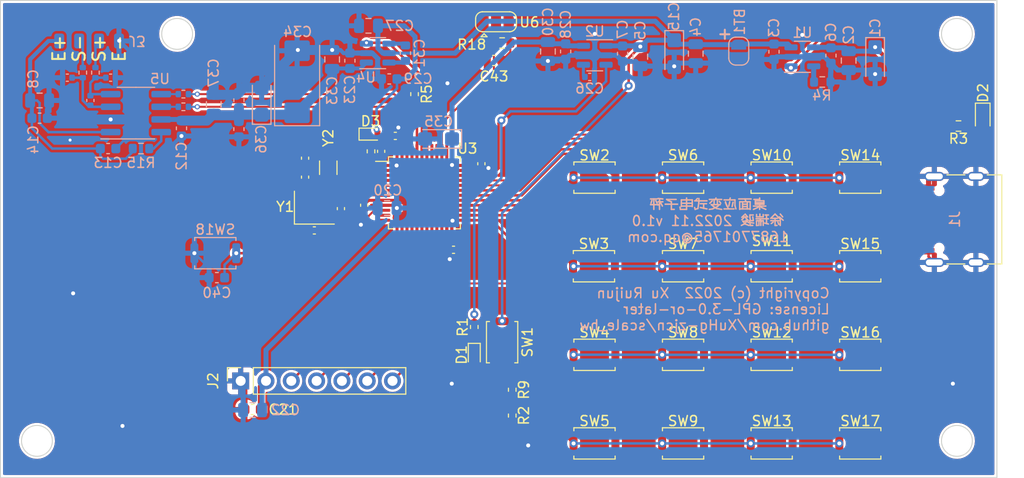
<source format=kicad_pcb>
(kicad_pcb (version 20211014) (generator pcbnew)
  (layers (0 "F.Cu" signal) (31 "B.Cu" signal) (34 "B.Paste" user) (35 "F.Paste" user) (36 "B.SilkS" user "B.Silkscreen") (37 "F.SilkS" user "F.Silkscreen") (38 "B.Mask" user) (39 "F.Mask" user) (44 "Edge.Cuts" user))
  (net 0 "")
  (net 1 "+BATT")
  (net 2 "GND")
  (net 3 "+5V")
  (net 4 "Net-(C13-Pad1)")
  (net 5 "+3V3")
  (net 6 "Net-(D1-Pad2)")
  (net 7 "Net-(D2-Pad1)")
  (net 8 "Net-(D2-Pad2)")
  (net 9 "Net-(C10-Pad1)")
  (net 10 "Net-(C10-Pad2)")
  (net 11 "Net-(C25-Pad1)")
  (net 12 "/UD-")
  (net 13 "/UD+")
  (net 14 "Net-(C26-Pad1)")
  (net 15 "Net-(R4-Pad1)")
  (net 16 "Net-(D1-Pad1)")
  (net 17 "/BOOT0")
  (net 18 "Net-(D3-Pad1)")
  (net 19 "Net-(J3-Pad2)")
  (net 20 "Net-(J3-Pad3)")
  (net 21 "/DPWR_EN")
  (net 22 "/CS_OLED")
  (net 24 "/WKUP")
  (net 26 "/KB_Row1")
  (net 29 "/NRST")
  (net 30 "Net-(C31-Pad1)")
  (net 31 "Net-(C31-Pad2)")
  (net 32 "/KB_Col1")
  (net 34 "Net-(R13-Pad1)")
  (net 35 "Net-(R14-Pad1)")
  (net 36 "/SCK")
  (net 37 "/MOSI")
  (net 38 "/AD_SCLK")
  (net 39 "/AD_DRDO")
  (net 40 "Net-(R15-Pad2)")
  (net 41 "/KB_Row2")
  (net 42 "/KB_Row3")
  (net 43 "/KB_Row4")
  (net 44 "VBUS")
  (net 45 "/KB_Col2")
  (net 46 "/KB_Col3")
  (net 47 "/KB_Col4")
  (net 48 "/APWR_EN")
  (net 49 "Net-(C24-Pad1)")
  (net 50 "Net-(C32-Pad2)")
  (net 51 "Net-(C38-Pad2)")
  (net 52 "Net-(C39-Pad2)")
  (net 57 "/RES")
  (net 58 "/DC")
  (net 60 "/Line_18B20")
  (net 63 "/MISO")
  (footprint "Capacitor_SMD:C_0402_1005Metric" (layer "F.Cu") (at 105.5878 71.3486 90)
    (fp_text reference "C19" hide)
    (fp_text value "100nf")
  )
  (footprint "Button_Switch_SMD:SW_Push_SPST_NO_Alps_SKRK" (layer "F.Cu") (at 128.7016 68.575)
    (fp_text reference "SW2")
    (fp_text value "SW_Push")
  )
  (footprint "Button_Switch_SMD:SW_Push_SPST_NO_Alps_SKRK" (layer "F.Cu") (at 137.5916 77.47)
    (fp_text reference "SW7")
    (fp_text value "SW_Push")
  )
  (footprint "Resistor_SMD:R_0402_1005Metric" (layer "F.Cu") (at 120.4466 92.456 -90)
    (fp_text reference "R2")
    (fp_text value "10k")
  )
  (footprint "Button_Switch_SMD:SW_Push_SPST_NO_Alps_SKRK" (layer "F.Cu") (at 146.4816 95.25)
    (fp_text reference "SW13")
    (fp_text value "SW_Push")
  )
  (footprint "Resistor_SMD:R_0402_1005Metric" (layer "F.Cu") (at 110.6424 60.198 90)
    (fp_text reference "R5")
    (fp_text value "47k")
  )
  (footprint "Resistor_SMD:R_0603_1608Metric" (layer "F.Cu") (at 119.4308 55.0672 180)
    (fp_text reference "R18")
    (fp_text value "10k")
  )
  (footprint "Button_Switch_SMD:SW_Push_SPST_NO_Alps_SKRK" (layer "F.Cu") (at 155.3716 77.47)
    (fp_text reference "SW15")
    (fp_text value "SW_Push")
  )
  (footprint "Jumper:SolderJumper-3_P1.3mm_Open_RoundedPad1.0x1.5mm" (layer "F.Cu") (at 118.8212 52.9336)
    (fp_text reference "U6")
    (fp_text value "DS18B20")
  )
  (footprint "Diode_SMD:D_SOD-523" (layer "F.Cu") (at 116.6366 86.36 -90)
    (fp_text reference "D1")
    (fp_text value "D")
  )
  (footprint "Resistor_SMD:R_0402_1005Metric" (layer "F.Cu") (at 120.4466 89.8652 -90)
    (fp_text reference "R9")
    (fp_text value "3k")
  )
  (footprint "LED_SMD:LED_0603_1608Metric" (layer "F.Cu") (at 167.6652 62.5856 -90)
    (fp_text reference "D2")
    (fp_text value "LED")
  )
  (footprint "Crystal:Crystal_SMD_3215-2Pin_3.2x1.5mm" (layer "F.Cu") (at 101.983 67.584 -90)
    (fp_text reference "Y2")
    (fp_text value "Crystal_Small")
  )
  (footprint "Capacitor_SMD:C_0402_1005Metric" (layer "F.Cu") (at 103.253 71.688 -90)
    (fp_text reference "C24" hide)
    (fp_text value "C_Small")
  )
  (footprint "Button_Switch_SMD:SW_Push_SPST_NO_Alps_SKRK" (layer "F.Cu") (at 146.4816 68.575)
    (fp_text reference "SW10")
    (fp_text value "SW_Push")
  )
  (footprint "Resistor_SMD:R_0402_1005Metric" (layer "F.Cu") (at 116.6366 83.566 90)
    (fp_text reference "R1")
    (fp_text value "3k")
  )
  (footprint "Button_Switch_SMD:SW_Push_SPST_NO_Alps_SKRK" (layer "F.Cu") (at 155.3716 95.25)
    (fp_text reference "SW17")
    (fp_text value "SW_Push")
  )
  (footprint "Button_Switch_SMD:SW_Push_SPST_NO_Alps_SKRK" (layer "F.Cu") (at 155.3716 68.575)
    (fp_text reference "SW14")
    (fp_text value "SW_Push")
  )
  (footprint "Package_QFP:LQFP-48_7x7mm_P0.5mm" (layer "F.Cu") (at 111.633 70.104)
    (fp_text reference "U3")
    (fp_text value "STM32F103C8Tx")
  )
  (footprint "Button_Switch_SMD:SW_Push_SPST_NO_Alps_SKRK" (layer "F.Cu") (at 128.6476 77.47)
    (fp_text reference "SW3")
    (fp_text value "SW_Push")
  )
  (footprint "Button_Switch_SMD:SW_Push_SPST_NO_Alps_SKRK" (layer "F.Cu") (at 146.4816 77.47)
    (fp_text reference "SW11")
    (fp_text value "SW_Push")
  )
  (footprint "Connector_USB:USB_C_Receptacle_Palconn_UTC16-G" (layer "F.Cu") (at 164.7396 72.771 90)
    (fp_text reference "J1")
    (fp_text value "USB_C_Receptacle_USB2.0")
  )
  (footprint "Button_Switch_SMD:SW_Push_SPST_NO_Alps_SKRK" (layer "F.Cu") (at 137.5916 86.36)
    (fp_text reference "SW8")
    (fp_text value "SW_Push")
  )
  (footprint "Capacitor_SMD:C_0402_1005Metric" (layer "F.Cu") (at 117.348 67.183 -90)
    (fp_text reference "C17" hide)
    (fp_text value "100nf")
  )
  (footprint "Button_Switch_SMD:SW_Push_SPST_NO_Alps_SKRK" (layer "F.Cu") (at 128.7016 95.25)
    (fp_text reference "SW5")
    (fp_text value "SW_Push")
  )
  (footprint "Button_Switch_SMD:SW_Push_SPST_NO_Alps_SKRK" (layer "F.Cu") (at 137.5916 95.25)
    (fp_text reference "SW9")
    (fp_text value "SW_Push")
  )
  (footprint "Button_Switch_SMD:SW_Push_SPST_NO_Alps_SKRK" (layer "F.Cu") (at 128.7016 86.36)
    (fp_text reference "SW4")
    (fp_text value "SW_Push")
  )
  (footprint "Capacitor_SMD:C_0603_1608Metric" (layer "F.Cu") (at 94.3918 91.846 180)
    (fp_text reference "C21")
    (fp_text value "100nf")
  )
  (footprint "Button_Switch_SMD:SW_Push_SPST_NO_Alps_SKRK" (layer "F.Cu") (at 155.3716 86.36)
    (fp_text reference "SW16")
    (fp_text value "SW_Push")
  )
  (footprint "Button_Switch_SMD:SW_Push_SPST_NO_Alps_SKRK" (layer "F.Cu") (at 137.5916 68.575)
    (fp_text reference "SW6")
    (fp_text value "SW_Push")
  )
  (footprint "Resistor_SMD:R_0402_1005Metric" (layer "F.Cu") (at 106.2736 65.9364 90)
    (fp_text reference "R12" hide)
    (fp_text value "10k")
  )
  (footprint "Capacitor_SMD:C_0402_1005Metric" (layer "F.Cu") (at 100.586 73.875 180)
    (fp_text reference "C32" hide)
    (fp_text value "C_Small")
  )
  (footprint "Button_Switch_SMD:SW_Push_SPST_NO_Alps_SKRK" (layer "F.Cu") (at 119.4306 85.09 90)
    (fp_text reference "SW1")
    (fp_text value "SW_Push")
  )
  (footprint "Resistor_SMD:R_0603_1608Metric" (layer "F.Cu") (at 165.2329 63.3984)
    (fp_text reference "R3")
    (fp_text value "R")
  )
  (footprint "Capacitor_SMD:C_0402_1005Metric" (layer "F.Cu") (at 99.655 66.625 90)
    (fp_text reference "C38" hide)
    (fp_text value "C_Small")
  )
  (footprint "Capacitor_SMD:C_0402_1005Metric" (layer "F.Cu") (at 114.554 75.819 180)
    (fp_text reference "C16" hide)
    (fp_text value "100nf")
  )
  (footprint "Diode_SMD:D_SOD-523" (layer "F.Cu") (at 106.2228 64.2112)
    (fp_text reference "D3")
    (fp_text value "D")
  )
  (footprint "Button_Switch_SMD:SW_Push_SPST_NO_Alps_SKRK" (layer "F.Cu") (at 146.4816 86.36)
    (fp_text reference "SW12")
    (fp_text value "SW_Push")
  )
  (footprint "Capacitor_SMD:C_0402_1005Metric" (layer "F.Cu") (at 99.655 68.53 -90)
    (fp_text reference "C39" hide)
    (fp_text value "C_Small")
  )
  (footprint "Capacitor_SMD:C_0402_1005Metric" (layer "F.Cu") (at 107.2896 65.9384 90)
    (fp_text reference "C25" hide)
    (fp_text value "2.2uf")
  )
  (footprint "Capacitor_SMD:C_0402_1005Metric" (layer "F.Cu") (at 108.712 64.389)
    (fp_text reference "C18" hide)
    (fp_text value "100nf")
  )
  (footprint "Connector_PinSocket_2.54mm:PinSocket_1x07_P2.54mm_Vertical" (layer "F.Cu") (at 93.1926 88.9762 90)
    (fp_text reference "J2")
    (fp_text value "Conn_01x07")
  )
  (footprint "Crystal:Crystal_SMD_3225-4Pin_3.2x2.5mm" (layer "F.Cu") (at 100.586 71.589)
    (fp_text reference "Y1")
    (fp_text value "Crystal_GND24_Small")
  )
  (footprint "Capacitor_SMD:C_0603_1608Metric" (layer "F.Cu") (at 118.618 56.8198 180)
    (fp_text reference "C43")
    (fp_text value "2.2uf")
  )
  (footprint "Package_TO_SOT_SMD:SOT-23-6" (layer "B.Cu") (at 106.9453 56.0821)
    (fp_text reference "U4")
    (fp_text value "CAT3200-5")
  )
  (footprint "Capacitor_SMD:C_0603_1608Metric" (layer "B.Cu") (at 104.1513 56.8441 90)
    (fp_text reference "C23")
    (fp_text value "100nf")
  )
  (footprint "Capacitor_SMD:C_0603_1608Metric" (layer "B.Cu") (at 87.2515 63.627 -90)
    (fp_text reference "C12")
    (fp_text value "100nf")
  )
  (footprint "Resistor_SMD:R_0402_1005Metric" (layer "B.Cu") (at 77.3455 58.039 -90)
    (fp_text reference "R7" hide)
    (fp_text value "100")
  )
  (footprint "pads:pad4_1x1.5mm_Pitch2mm" (layer "B.Cu") (at 77.978 54.864)
    (fp_text reference "J3")
    (fp_text value "Conn_01x04")
  )
  (footprint "Capacitor_SMD:C_0402_1005Metric" (layer "B.Cu") (at 80.1395 58.547 180)
    (fp_text reference "C9" hide)
    (fp_text value "100pf")
  )
  (footprint "Resistor_SMD:R_0603_1608Metric" (layer "B.Cu") (at 151.5616 58.9788)
    (fp_text reference "R4")
    (fp_text value "R")
  )
  (footprint "Capacitor_SMD:C_0805_2012Metric" (layer "B.Cu") (at 90.48875 61.214 90)
    (fp_text reference "C37")
    (fp_text value "10uf")
  )
  (footprint "Capacitor_SMD:C_0603_1608Metric" (layer "B.Cu") (at 131.521 56.134 -90)
    (fp_text reference "C7")
    (fp_text value "100nf")
  )
  (footprint "Capacitor_SMD:C_0603_1608Metric" (layer "B.Cu") (at 108.1024 58.674 180)
    (fp_text reference "C29")
    (fp_text value "100nf")
  )
  (footprint "Capacitor_SMD:C_0805_2012Metric" (layer "B.Cu") (at 94.3918 91.8968 180)
    (fp_text reference "C22")
    (fp_text value "10uf")
  )
  (footprint "Capacitor_SMD:C_0402_1005Metric" (layer "B.Cu") (at 75.7935 58.547 180)
    (fp_text reference "C11" hide)
    (fp_text value "100pf")
  )
  (footprint "Capacitor_SMD:C_0603_1608Metric" (layer "B.Cu") (at 146.7155 55.9438 -90)
    (fp_text reference "C3")
    (fp_text value "100nf")
  )
  (footprint "Resistor_SMD:R_0402_1005Metric" (layer "B.Cu") (at 87.44075 61.468)
    (fp_text reference "R14" hide)
    (fp_text value "1k")
  )
  (footprint "Resistor_SMD:R_0402_1005Metric" (layer "B.Cu") (at 87.44075 60.198)
    (fp_text reference "R13" hide)
    (fp_text value "1k")
  )
  (footprint "Capacitor_SMD:C_0805_2012Metric" (layer "B.Cu") (at 124.028 55.9178 -90)
    (fp_text reference "C30")
    (fp_text value "10uf")
  )
  (footprint "Capacitor_SMD:C_0402_1005Metric" (layer "B.Cu") (at 128.219 58.4708)
    (fp_text reference "C26")
    (fp_text value "10nf")
  )
  (footprint "Package_TO_SOT_SMD:SOT-23-5" (layer "B.Cu") (at 128.727 56.2988 180)
    (fp_text reference "U2")
    (fp_text value "SPX3819M5-L-3-3")
  )
  (footprint "Jumper:SolderJumper-2_P1.3mm_Open_RoundedPad1.0x1.5mm" (layer "B.Cu") (at 143.1796 55.88 -90)
    (fp_text reference "BT1")
    (fp_text value "3.7v")
  )
  (footprint "Capacitor_SMD:C_0805_2012Metric" (layer "B.Cu") (at 106.0196 53.34 180)
    (fp_text reference "C27")
    (fp_text value "10uf")
  )
  (footprint "Capacitor_SMD:C_0805_2012Metric" (layer "B.Cu") (at 107.889 71.628 180)
    (fp_text reference "C20")
    (fp_text value "10uf")
  )
  (footprint "Capacitor_SMD:C_0805_2012Metric" (layer "B.Cu") (at 102.3733 56.7171 90)
    (fp_text reference "C33")
    (fp_text value "10uf")
  )
  (footprint "Package_SO:SOP-8_3.76x4.96mm_P1.27mm" (layer "B.Cu") (at 82.6795 62.103)
    (fp_text reference "U5")
    (fp_text value "CS1237")
  )
  (footprint "Capacitor_SMD:C_0603_1608Metric" (layer "B.Cu") (at 93.0148 63.7032 -90)
    (fp_text reference "C42" hide)
    (fp_text value "100nf")
  )
  (footprint "Capacitor_SMD:C_0805_2012Metric" (layer "B.Cu") (at 154.2085 56.8328 -90)
    (fp_text reference "C2")
    (fp_text value "10uf")
  )
  (footprint "Capacitor_Tantalum_SMD:CP_EIA-7343-31_Kemet-D" (layer "B.Cu") (at 98.8568 58.9534 90)
    (fp_text reference "C34")
    (fp_text value "220uf")
  )
  (footprint "Capacitor_SMD:C_0805_2012Metric" (layer "B.Cu") (at 73.012 60.833)
    (fp_text reference "C8")
    (fp_text value "10uf")
  )
  (footprint "Capacitor_Tantalum_SMD:CP_EIA-3216-18_Kemet-A" (layer "B.Cu") (at 156.86575 56.8328 -90)
    (fp_text reference "C1")
    (fp_text value "47uf")
  )
  (footprint "Capacitor_SMD:C_0603_1608Metric" (layer "B.Cu") (at 152.4305 56.3248 -90)
    (fp_text reference "C6")
    (fp_text value "100nf")
  )
  (footprint "Capacitor_SMD:C_0603_1608Metric" (layer "B.Cu") (at 93.0148 60.8076 -90)
    (fp_text reference "C41" hide)
    (fp_text value "100nf")
  )
  (footprint "Capacitor_SMD:C_0603_1608Metric" (layer "B.Cu") (at 73.012 62.611)
    (fp_text reference "C14")
    (fp_text value "100nf")
  )
  (footprint "Resistor_SMD:R_0402_1005Metric" (layer "B.Cu") (at 78.6155 58.039 -90)
    (fp_text reference "R6" hide)
    (fp_text value "100")
  )
  (footprint "Package_TO_SOT_SMD:TSOT-23-5" (layer "B.Cu") (at 149.563 56.4518)
    (fp_text reference "U1")
    (fp_text value "TP4065")
  )
  (footprint "Button_Switch_SMD:SW_Push_SPST_NO_Alps_SKRK" (layer "B.Cu") (at 90.647 76.16)
    (fp_text reference "SW18")
    (fp_text value "SW_Push")
  )
  (footprint "Capacitor_SMD:C_0603_1608Metric" (layer "B.Cu") (at 125.806 55.9178 -90)
    (fp_text reference "C28")
    (fp_text value "100nf")
  )
  (footprint "Resistor_SMD:R_0603_1608Metric" (layer "B.Cu") (at 83.1875 65.659)
    (fp_text reference "R15")
    (fp_text value "1")
  )
  (footprint "Capacitor_SMD:C_0603_1608Metric" (layer "B.Cu") (at 109.7276 56.0821 90)
    (fp_text reference "C31")
    (fp_text value "1uF")
  )
  (footprint "Capacitor_SMD:C_0402_1005Metric" (layer "B.Cu") (at 78.1075 60.833 -90)
    (fp_text reference "C10" hide)
    (fp_text value "100nf")
  )
  (footprint "Capacitor_Tantalum_SMD:CP_EIA-3216-18_Kemet-A" (layer "B.Cu") (at 113.0554 64.6938 180)
    (fp_text reference "C35")
    (fp_text value "47uf")
  )
  (footprint "Capacitor_Tantalum_SMD:CP_EIA-3216-18_Kemet-A" (layer "B.Cu") (at 136.7026 56.134 -90)
    (fp_text reference "C15")
    (fp_text value "47uf")
  )
  (footprint "Capacitor_SMD:C_0603_1608Metric" (layer "B.Cu") (at 90.805 78.613 180)
    (fp_text reference "C40")
    (fp_text value "100n")
  )
  (footprint "Capacitor_Tantalum_SMD:CP_EIA-3216-18_Kemet-A" (layer "B.Cu") (at 95.3008 60.9092 90)
    (fp_text reference "C36")
    (fp_text value "47uF")
  )
  (footprint "Capacitor_SMD:C_0603_1608Metric" (layer "B.Cu") (at 79.8855 65.659)
    (fp_text reference "C13")
    (fp_text value "100n")
  )
  (footprint "Capacitor_SMD:C_0805_2012Metric" (layer "B.Cu") (at 138.8616 56.134 -90)
    (fp_text reference "C4")
    (fp_text value "10uf")
  )
  (footprint "Capacitor_SMD:C_0805_2012Metric" (layer "B.Cu") (at 133.299 56.4388 -90)
    (fp_text reference "C5")
    (fp_text value "10uf")
  )
  (gr_circle (center 165.0746 94.996) (end 166.6246 94.996) (layer "Edge.Cuts") (width 0.1) (fill none))
  (gr_line (start 69.088 50.8) (end 169.088 50.8) (layer "Edge.Cuts") (width 0.1))
  (gr_circle (center 72.7456 94.996) (end 74.2956 94.996) (layer "Edge.Cuts") (width 0.1) (fill none))
  (gr_circle (center 86.8172 54.1528) (end 88.3672 54.1528) (layer "Edge.Cuts") (width 0.1) (fill none))
  (gr_line (start 169.088 50.8) (end 169.088 98.679) (layer "Edge.Cuts") (width 0.1))
  (gr_circle (center 165.0746 54.1528) (end 166.6246 54.1528) (layer "Edge.Cuts") (width 0.1) (fill none))
  (gr_line (start 169.088 98.679) (end 69.088 98.679) (layer "Edge.Cuts") (width 0.1))
  (gr_line (start 69.088 98.679) (end 69.088 50.8) (layer "Edge.Cuts") (width 0.1))
  (gr_text "桌面应变式电子秤\n徐瑞骏 2022.11 v1.0\n1687701765@qq.com" (at 140.0846 72.92) (layer "B.SilkS") (effects (font (size 1 1)) (justify mirror)))
  (gr_text "Copyright (c) 2022  Xu Ruijun\nLicense: GPL-3.0-or-later\ngithub.com/XuHg-zjcn/scale_hw" (at 152.3946 81.78) (layer "B.SilkS") (effects (font (size 1 1)) (justify left mirror)))
  (gr_text "+" (at 141.7826 54.102) (layer "B.SilkS") (effects (font (size 1.2 1.2) (thickness 0.2)) (justify mirror)))
  (gr_text "E+\nS-\nS+\nE-" (at 77.978 55.626 90) (layer "F.SilkS") (effects (font (size 1.25 1.25) (thickness 0.2))))
  (segment (start 132.1306 59.3598) (end 132.1306 56.5912) (width 0.25) (layer "F.Cu") (net 1))
  (segment (start 132.1306 56.5912) (end 133.299 55.4228) (width 0.25) (layer "F.Cu") (net 1))
  (via (at 132.1306 59.3598) (size 0.8) (drill 0.4) (layers "F.Cu" "B.Cu") (net 1))
  (via (at 119.4306 82.9564) (size 0.8) (drill 0.4) (layers "F.Cu" "B.Cu") (net 1))
  (via (at 106.8324 63.754) (size 0.6) (drill 0.3) (layers "F.Cu" "B.Cu") (net 1))
  (via (at 133.299 55.4228) (size 0.8) (drill 0.4) (layers "F.Cu" "B.Cu") (net 1))
  (segment (start 148.0925 55.1688) (end 148.4255 55.5018) (width 0.5) (layer "B.Cu") (net 1))
  (segment (start 109.601 53.34) (end 106.9696 53.34) (width 0.5) (layer "B.Cu") (net 1))
  (segment (start 136.7026 54.784) (end 134.0038 54.784) (width 0.5) (layer "B.Cu") (net 1))
  (segment (start 143.2408 55.1688) (end 143.1796 55.23) (width 0.5) (layer "B.Cu") (net 1))
  (segment (start 146.7155 55.1688) (end 148.0925 55.1688) (width 0.5) (layer "B.Cu") (net 1))
  (segment (start 110.6932 56.0832) (end 108.0839 56.0832) (width 0.3) (layer "B.Cu") (net 1))
  (segment (start 131.5108 55.3488) (end 133.159 55.3488) (width 0.5) (layer "B.Cu") (net 1))
  (segment (start 138.9076 55.23) (end 138.8616 55.184) (width 0.5) (layer "B.Cu") (net 1))
  (segment (start 134.0038 54.784) (end 133.299 55.4888) (width 0.5) (layer "B.Cu") (net 1))
  (segment (start 108.0839 56.0832) (end 108.0828 56.0821) (width 0.3) (layer "B.Cu") (net 1))
  (segment (start 106.9696 55.5854) (end 106.9696 53.34) (width 0.5) (layer "B.Cu") (net 1))
  (segment (start 146.7155 55.1688) (end 143.2408 55.1688) (width 0.5) (layer "B.Cu") (net 1))
  (segment (start 131.5108 55.3488) (end 131.521 55.359) (width 0.4) (layer "B.Cu") (net 1))
  (segment (start 117.9066 52.8828) (end 134.8014 52.8828) (width 0.5) (layer "B.Cu") (net 1))
  (segment (start 119.4306 72.136) (end 119.4306 82.9564) (width 0.25) (layer "B.Cu") (net 1))
  (segment (start 110.6932 57.7342) (end 110.6932 56.0832) (width 0.5) (layer "B.Cu") (net 1))
  (segment (start 143.1796 55.23) (end 138.9076 55.23) (width 0.5) (layer "B.Cu") (net 1))
  (segment (start 114.7062 56.0832) (end 110.6932 56.0832) (width 0.5) (layer "B.Cu") (net 1))
  (segment (start 108.8774 58.674) (end 109.7534 58.674) (width 0.5) (layer "B.Cu") (net 1))
  (segment (start 109.7534 58.674) (end 110.6932 57.7342) (width 0.5) (layer "B.Cu") (net 1))
  (segment (start 106.8324 61.6712) (end 108.8774 59.6262) (width 0.25) (layer "B.Cu") (net 1))
  (segment (start 134.8014 52.8828) (end 136.7026 54.784) (width 0.5) (layer "B.Cu") (net 1))
  (segment (start 110.6932 54.4322) (end 109.601 53.34) (width 0.5) (layer "B.Cu") (net 1))
  (segment (start 129.8645 55.3488) (end 131.5108 55.3488) (width 0.5) (layer "B.Cu") (net 1))
  (segment (start 110.6932 56.0832) (end 110.6932 54.4322) (width 0.5) (layer "B.Cu") (net 1))
  (segment (start 108.0828 56.0821) (end 107.4663 56.0821) (width 0.5) (layer "B.Cu") (net 1))
  (segment (start 106.8324 63.754) (end 106.8324 61.6712) (width 0.25) (layer "B.Cu") (net 1))
  (segment (start 137.1026 55.184) (end 136.7026 54.784) (width 0.5) (layer "B.Cu") (net 1))
  (segment (start 138.8616 55.184) (end 137.1026 55.184) (width 0.5) (layer "B.Cu") (net 1))
  (segment (start 119.4306 72.136) (end 132.1306 59.436) (width 0.25) (layer "B.Cu") (net 1))
  (segment (start 107.4663 56.0821) (end 106.9696 55.5854) (width 0.5) (layer "B.Cu") (net 1))
  (segment (start 108.8774 59.6262) (end 108.8774 58.674) (width 0.25) (layer "B.Cu") (net 1))
  (segment (start 133.159 55.3488) (end 133.299 55.4888) (width 0.4) (layer "B.Cu") (net 1))
  (segment (start 117.9066 52.8828) (end 114.7062 56.0832) (width 0.5) (layer "B.Cu") (net 1))
  (segment (start 132.1306 59.436) (end 132.1306 59.3598) (width 0.25) (layer "B.Cu") (net 1))
  (segment (start 105.5598 70.8686) (end 105.5344 70.8686) (width 0.3) (layer "F.Cu") (net 2))
  (segment (start 117.843 53.2554) (end 117.5212 52.9336) (width 0.2) (layer "F.Cu") (net 2))
  (segment (start 104.9274 71.4756) (end 104.9274 72.9742) (width 0.3) (layer "F.Cu") (net 2))
  (segment (start 162.2296 69.031) (end 162.8096 68.451) (width 0.25) (layer "F.Cu") (net 2))
  (segment (start 166.9796 68.451) (end 162.8096 68.451) (width 0.25) (layer "F.Cu") (net 2))
  (segment (start 115.7955 67.854) (end 117.157 67.854) (width 0.3) (layer "F.Cu") (net 2))
  (segment (start 162.2296 76.511) (end 162.8096 77.091) (width 0.25) (layer "F.Cu") (net 2))
  (segment (start 100.713 71.628) (end 101.524 72.439) (width 0.25) (layer "F.Cu") (net 2))
  (segment (start 105.5344 70.8686) (end 104.9274 71.4756) (width 0.3) (layer "F.Cu") (net 2))
  (segment (start 101.686 73.255) (end 101.066 73.875) (width 0.25) (layer "F.Cu") (net 2))
  (segment (start 107.4705 70.854) (end 105.6024 70.854) (width 0.3) (layer "F.Cu") (net 2))
  (segment (start 99.57 70.739) (end 100.459 71.628) (width 0.25) (layer "F.Cu") (net 2))
  (segment (start 109.383 66.8126) (end 109.383 65.9415) (width 0.3) (layer "F.Cu") (net 2))
  (segment (start 107.5944 64.8208) (end 107.5944 63.8048) (width 0.25) (layer "F.Cu") (net 2))
  (segment (start 108.839 63.754) (end 108.839 63.6778) (width 0.2) (layer "F.Cu") (net 2))
  (segment (start 111.6972 70.854) (end 111.6972 69.1268) (width 0.3) (layer "F.Cu") (net 2))
  (segment (start 99.486 70.739) (end 99.57 70.739) (width 0.25) (layer "F.Cu") (net 2))
  (segment (start 93.6168 91.846) (end 93.6168 89.4004) (width 0.5) (layer "F.Cu") (net 2))
  (segment (start 109.192 64.107) (end 109.192 64.389) (width 0.2) (layer "F.Cu") (net 2))
  (segment (start 113.6516 69.1268) (end 111.6972 69.1268) (width 0.3) (layer "F.Cu") (net 2))
  (segment (start 162.2296 69.571) (end 162.2296 69.031) (width 0.25) (layer "F.Cu") (net 2))
  (segment (start 113.883 75.628) (end 114.074 75.819) (width 0.3) (layer "F.Cu") (net 2))
  (segment (start 103.253 72.168) (end 101.957 72.168) (width 0.25) (layer "F.Cu") (net 2))
  (segment (start 110.4244 67.854) (end 109.383 66.8126) (width 0.3) (layer "F.Cu") (net 2))
  (segment (start 108.839 63.754) (end 109.192 64.107) (width 0.2) (layer "F.Cu") (net 2))
  (segment (start 108.839 63.6778) (end 108.966 63.5508) (width 0.2) (layer "F.Cu") (net 2))
  (segment (start 107.6452 63.754) (end 108.839 63.754) (width 0.25) (layer "F.Cu") (net 2))
  (segment (start 100.459 71.628) (end 100.713 71.628) (width 0.25) (layer "F.Cu") (net 2))
  (segment (start 107.5944 63.8048) (end 107.6452 63.754) (width 0.25) (layer "F.Cu") (net 2))
  (segment (start 114.9244 67.854) (end 113.6516 69.1268) (width 0.3) (layer "F.Cu") (net 2))
  (segment (start 113.883 74.2665) (end 113.883 73.3954) (width 0.3) (layer "F.Cu") (net 2))
  (segment (start 117.157 67.854) (end 117.348 67.663) (width 0.3) (layer "F.Cu") (net 2))
  (segment (start 93.4418 89.2254) (end 93.1926 88.9762) (width 0.4) (layer "F.Cu") (net 2))
  (segment (start 109.383 64.58) (end 109.192 64.389) (width 0.3) (layer "F.Cu") (net 2))
  (segment (start 105.5878 70.8686) (end 105.5598 70.8686) (width 0.3) (layer "F.Cu") (net 2))
  (segment (start 113.883 73.3954) (end 111.6972 71.2096) (width 0.3) (layer "F.Cu") (net 2))
  (segment (start 117.843 56.8198) (end 117.843 53.2554) (width 0.2) (layer "F.Cu") (net 2))
  (segment (start 109.383 65.9415) (end 109.383 64.58) (width 0.3) (layer "F.Cu") (net 2))
  (segment (start 107.2896 65.1256) (end 107.5944 64.8208) (width 0.25) (layer "F.Cu") (net 2))
  (segment (start 111.6972 69.1268) (end 110.4244 67.854) (width 0.3) (layer "F.Cu") (net 2))
  (segment (start 115.7955 67.854) (end 114.9244 67.854) (width 0.3) (layer "F.Cu") (net 2))
  (segment (start 101.957 72.168) (end 101.686 72.439) (width 0.25) (layer "F.Cu") (net 2))
  (segment (start 101.686 72.439) (end 101.686 73.255) (width 0.25) (layer "F.Cu") (net 2))
  (segment (start 113.883 74.2665) (end 113.883 75.628) (width 0.3) (layer "F.Cu") (net 2))
  (segment (start 111.6972 70.854) (end 107.4705 70.854) (width 0.3) (layer "F.Cu") (net 2))
  (segment (start 93.6168 89.4004) (end 93.1926 88.9762) (width 0.5) (layer "F.Cu") (net 2))
  (segment (start 107.2896 65.4584) (end 107.2896 65.1256) (width 0.25) (layer "F.Cu") (net 2))
  (segment (start 101.524 72.439) (end 101.686 72.439) (width 0.25) (layer "F.Cu") (net 2))
  (segment (start 99.655 67.105) (end 99.655 68.05) (width 0.25) (layer "F.Cu") (net 2))
  (segment (start 111.6972 71.2096) (end 111.6972 70.854) (width 0.3) (layer "F.Cu") (net 2))
  (segment (start 105.6024 70.854) (end 105.5878 70.8686) (width 0.3) (layer "F.Cu") (net 2))
  (segment (start 104.9274 72.9742) (end 105.2576 73.3044) (width 0.3) (layer "F.Cu") (net 2))
  (segment (start 162.8096 77.091) (end 166.9796 77.091) (width 0.25) (layer "F.Cu") (net 2))
  (segment (start 162.2296 75.971) (end 162.2296 76.511) (width 0.25) (layer "F.Cu") (net 2))
  (via (at 109.0168 63.5508) (size 0.8) (drill 0.4) (layers "F.Cu" "B.Cu") (net 2))
  (via (at 105.2576 73.3044) (size 0.8) (drill 0.4) (layers "F.Cu" "B.Cu") (net 2))
  (via (at 156.86575 58.1828) (size 0.8) (drill 0.4) (layers "F.Cu" "B.Cu") (net 2))
  (via (at 164.668 89.2556) (size 0.8) (drill 0.4) (layers "F.Cu" "B.Cu") (net 2))
  (via (at 88.547 76.16) (size 0.8) (drill 0.4) (layers "F.Cu" "B.Cu") (net 2))
  (via (at 81.002 54.8372) (size 0.8) (drill 0.4) (layers "F.Cu" "B.Cu") (net 2))
  (via (at 136.7026 57.404) (size 0.8) (drill 0.4) (layers "F.Cu" "B.Cu") (net 2))
  (via (at 80.142 62.738) (size 0.8) (drill 0.4) (layers "F.Cu" "B.Cu") (net 2))
  (via (at 76.3778 80.1878) (size 0.8) (drill 0.4) (layers "F.Cu" "B.Cu") (net 2))
  (via (at 81.3308 93.4974) (size 0.8) (drill 0.4) (layers "F.Cu" "B.Cu") (net 2))
  (via (at 87.2515 64.402) (size 0.8) (drill 0.4) (layers "F.Cu" "B.Cu") (net 2))
  (via (at 102.3733 55.7671) (size 0.8) (drill 0.4) (layers "F.Cu" "B.Cu") (net 2))
  (via (at 114.173 76.7588) (size 0.8) (drill 0.4) (layers "F.Cu" "B.Cu") (net 2))
  (via (at 114.3762 89.2556) (size 0.8) (drill 0.4) (layers "F.Cu" "B.Cu") (net 2))
  (via (at 128.727 54.1528) (size 0.8) (drill 0.4) (layers "F.Cu" "B.Cu") (net 2))
  (via (at 149.555 54.2544) (size 0.8) (drill 0.4) (layers "F.Cu" "B.Cu") (net 2))
  (via (at 98.9306 55.7671) (size 0.8) (drill 0.4) (layers "F.Cu" "B.Cu") (net 2))
  (via (at 122.0468 95.4532) (size 0.8) (drill 0.4) (layers "F.Cu" "B.Cu") (net 2))
  (via (at 124.028 56.8678) (size 0.8) (drill 0.4) (layers "F.Cu" "B.Cu") (net 2))
  (via (at 113.9444 59.1058) (size 0.8) (drill 0.4) (layers "F.Cu" "B.Cu") (net 2))
  (via (at 118.0592 67.6148) (size 0.8) (drill 0.4) (layers "F.Cu" "B.Cu") (net 2))
  (via (at 76.07 64.81) (size 0.6) (drill 0.3) (layers "F.Cu" "B.Cu") (net 2))
  (segment (start 82.4255 56.769) (end 82.4255 56.2607) (width 0.4) (layer "B.Cu") (net 2))
  (segment (start 98.9306 55.7671) (end 98.8568 55.8409) (width 1) (layer "B.Cu") (net 2))
  (segment (start 104.1383 56.0821) (end 104.1513 56.0691) (width 0.4) (layer "B.Cu") (net 2))
  (segment (start 106.934 58.2806) (end 107.3274 58.674) (width 0.5) (layer "B.Cu") (net 2))
  (segment (start 129.2226 56.2988) (end 129.2982 56.2988) (width 0.4) (layer "B.Cu") (net 2))
  (segment (start 105.7948 56.0691) (end 105.8078 56.0821) (width 0.4) (layer "B.Cu") (net 2))
  (segment (start 154.2085 57.7828) (end 153.1135 57.7828) (width 0.5) (layer "B.Cu") (net 2))
  (segment (start 102.3733 55.7671) (end 103.2013 55.7671) (width 0.4) (layer "B.Cu") (net 2))
  (segment (start 83.1875 64.135) (end 83.1875 66.675) (width 0.4) (layer "B.Cu") (net 2))
  (segment (start 128.727 55.7276) (end 128.727 54.1528) (width 0.5) (layer "B.Cu") (net 2))
  (segment (start 102.3733 55.7671) (end 98.9306 55.7671) (width 1) (layer "B.Cu") (net 2))
  (segment (start 90.03 77.643) (end 88.547 76.16) (width 0.25) (layer "B.Cu") (net 2))
  (segment (start 137.1026 57.084) (end 136.7026 57.484) (width 0.5) (layer "B.Cu") (net 2))
  (segment (start 143.3684 56.7188) (end 143.1796 56.53) (width 0.5) (layer "B.Cu") (net 2))
  (segment (start 128.727 58.4428) (end 128.699 58.4708) (width 0.4) (layer "B.Cu") (net 2))
  (segment (start 95.3008 59.5592) (end 93.4882 59.5592) (width 1) (layer "B.Cu") (net 2))
  (segment (start 138.8616 57.084) (end 142.6256 57.084) (width 0.5) (layer "B.Cu") (net 2))
  (segment (start 78.0542 62.611) (end 78.1812 62.738) (width 0.4) (layer "B.Cu") (net 2))
  (segment (start 83.1875 64.135) (end 82.6795 63.627) (width 0.4) (layer "B.Cu") (net 2))
  (segment (start 133.299 57.3888) (end 136.6074 57.3888) (width 0.5) (layer "B.Cu") (net 2))
  (segment (start 142.6256 57.084) (end 143.1796 56.53) (width 0.5) (layer "B.Cu") (net 2))
  (segment (start 81.7905 62.738) (end 82.6795 63.627) (width 0.4) (layer "B.Cu") (net 2))
  (segment (start 132.8192 56.909) (end 133.299 57.3888) (width 0.5) (layer "B.Cu") (net 2))
  (segment (start 80.6605 65.659) (end 80.6605 65.646) (width 0.25) (layer "B.Cu") (net 2))
  (segment (start 153.1135 57.7828) (end 152.4305 57.0998) (width 0.5) (layer "B.Cu") (net 2))
  (segment (start 93.4418 89.2254) (end 93.1926 88.9762) (width 0.5) (layer "B.Cu") (net 2))
  (segment (start 104.1643 56.0821) (end 104.1513 56.0691) (width 0.4) (layer "B.Cu") (net 2))
  (segment (start 93.4882 59.5592) (end 93.0148 60.0326) (width 1) (layer "B.Cu") (net 2))
  (segment (start 80.142 62.738) (end 78.1812 62.738) (width 1) (layer "B.Cu") (net 2))
  (segment (start 146.7155 56.7188) (end 143.3684 56.7188) (width 0.5) (layer "B.Cu") (net 2))
  (segment (start 80.6605 65.646) (end 82.6795 63.627) (width 0.25) (layer "B.Cu") (net 2))
  (segment (start 131.521 56.909) (end 132.8192 56.909) (width 0.5) (layer "B.Cu") (net 2))
  (segment (start 128.727 56.7944) (end 128.727 58.4428) (width 0.4) (layer "B.Cu") (net 2))
  (segment (start 88.58375 56.769) (end 82.4255 56.769) (width 0.4) (layer "B.Cu") (net 2))
  (segment (start 151.7825 56.4518) (end 152.4305 57.0998) (width 0.5) (layer "B.Cu") (net 2))
  (segment (start 146.9825 56.4518) (end 146.7155 56.7188) (width 0.5) (layer "B.Cu") (net 2))
  (segment (start 93.4418 91.8968) (end 93.4418 89.2254) (width 0.5) (layer "B.Cu") (net 2))
  (segment (start 136.6074 57.3888) (end 136.7026 57.484) (width 0.5) (layer "B.Cu") (net 2))
  (segment (start 129.2982 56.2988) (end 128.727 55.7276) (width 0.5) (layer "B.Cu") (net 2))
  (segment (start 84.9785 66.675) (end 87.2515 64.402) (width 0.4) (layer "B.Cu") (net 2))
  (segment (start 80.978 56.563) (end 80.6195 56.9215) (width 0.25) (layer "B.Cu") (net 2))
  (segment (start 154.2085 57.7828) (end 156.46575 57.7828) (width 0.5) (layer "B.Cu") (net 2))
  (segment (start 90.48875 58.674) (end 88.58375 56.769) (width 0.4) (layer "B.Cu") (net 2))
  (segment (start 106.3995 56.0821) (end 106.934 56.6166) (width 0.5) (layer "B.Cu") (net 2))
  (segment (start 81.7905 62.738) (end 82.4255 62.103) (width 0.4) (layer "B.Cu") (net 2))
  (segment (start 129.8645 56.2988) (end 129.2982 56.2988) (width 0.5) (layer "B.Cu") (net 2))
  (segment (start 104.1513 56.0691) (end 105.7948 56.0691) (width 0.4) (layer "B.Cu") (net 2))
  (segment (start 125.806 56.6928) (end 124.203 56.6928) (width 0.5) (layer "B.Cu") (net 2))
  (segment (start 126.2 56.2988) (end 125.806 56.6928) (width 0.5) (layer "B.Cu") (net 2))
  (segment (start 82.4255 56.2607) (end 81.002 54.8372) (width 0.4) (layer "B.Cu") (net 2))
  (segment (start 138.8616 57.084) (end 137.1026 57.084) (width 0.5) (layer "B.Cu") (net 2))
  (segment (start 80.6195 56.9215) (end 80.6195 58.547) (width 0.25) (layer "B.Cu") (net 2))
  (segment (start 148.4255 56.4518) (end 146.9825 56.4518) (width 0.5) (layer "B.Cu") (net 2))
  (segment (start 152.412 57.1183) (end 152.4305 57.0998) (width 0.25) (layer "B.Cu") (net 2))
  (segment (start 73.787 62.611) (end 78.0542 62.611) (width 0.4) (layer "B.Cu") (net 2))
  (segment (start 124.203 56.6928) (end 124.028 56.8678) (width 0.5) (layer "B.Cu") (net 2))
  (segment (start 73.787 61.008) (end 73.962 60.833) (width 0.4) (layer "B.Cu") (net 2))
  (segment (start 73.787 62.611) (end 73.787 61.008) (width 0.4) (layer "B.Cu") (net 2))
  (segment (start 92.7834 60.264) (end 93.0148 60.0326) (width 1) (layer "B.Cu") (net 2))
  (segment (start 129.8645 56.2988) (end 126.2 56.2988) (width 0.5) (layer "B.Cu") (net 2))
  (segment (start 82.4255 62.103) (end 82.4255 56.769) (width 0.4) (layer "B.Cu") (net 2))
  (segment (start 90.48875 60.264) (end 90.48875 58.674) (width 1) (layer "B.Cu") (net 2))
  (segment (start 148.4255 56.4518) (end 151.7825 56.4518) (width 0.5) (layer "B.Cu") (net 2))
  (segment (start 103.5163 56.0821) (end 104.1383 56.0821) (width 0.4) (layer "B.Cu") (net 2))
  (segment (start 74.282 60.833) (end 73.962 60.833) (width 0.4) (layer "B.Cu") (net 2))
  (segment (start 90.48875 60.264) (end 92.7834 60.264) (width 1) (layer "B.Cu") (net 2))
  (segment (start 130.9108 56.2988) (end 131.521 56.909) (width 0.5) (layer "B.Cu") (net 2))
  (segment (start 152.412 58.9918) (end 152.412 57.1183) (width 0.5) (layer "B.Cu") (net 2))
  (segment (start 105.8078 56.0821) (end 106.3995 56.0821) (width 0.5) (layer "B.Cu") (net 2))
  (segment (start 156.46575 57.7828) (end 156.86575 58.1828) (width 0.5) (layer "B.Cu") (net 2))
  (segment (start 90.03 78.613) (end 90.03 77.643) (width 0.25) (layer "B.Cu") (net 2))
  (segment (start 106.934 56.6166) (end 106.934 58.2806) (width 0.5) (layer "B.Cu") (net 2))
  (segment (start 80.142 62.738) (end 81.7905 62.738) (width 1) (layer "B.Cu") (net 2))
  (segment (start 103.2013 55.7671) (end 103.5163 56.0821) (width 0.4) (layer "B.Cu") (net 2))
  (segment (start 128.727 56.7944) (end 129.2226 56.2988) (width 0.4) (layer "B.Cu") (net 2))
  (segment (start 80.978 54.864) (end 80.978 56.563) (width 0.25) (layer "B.Cu") (net 2))
  (segment (start 95.3008 59.3969) (end 98.8568 55.8409) (width 1) (layer "B.Cu") (net 2))
  (segment (start 83.1875 66.675) (end 84.9785 66.675) (width 0.4) (layer "B.Cu") (net 2))
  (segment (start 129.8645 56.2988) (end 130.9108 56.2988) (width 0.5) (layer "B.Cu") (net 2))
  (segment (start 85.217 62.738) (end 87.1375 62.738) (width 0.5) (layer "B.Cu") (net 3))
  (segment (start 105.2208 57.6191) (end 105.8078 57.0321) (width 0.4) (layer "B.Cu") (net 3))
  (segment (start 98.8568 62.0659) (end 102.3733 58.5494) (width 1) (layer "B.Cu") (net 3))
  (segment (start 93.0742 62.2592) (end 93.0148 62.3186) (width 0.4) (layer "B.Cu") (net 3))
  (segment (start 90.64335 62.3186) (end 90.48875 62.164) (width 0.5) (layer "B.Cu") (net 3))
  (segment (start 104.1513 57.6191) (end 105.2208 57.6191) (width 0.4) (layer "B.Cu") (net 3))
  (segment (start 95.3008 62.2592) (end 93.0742 62.2592) (width 1) (layer "B.Cu") (net 3))
  (segment (start 95.3008 62.2592) (end 98.6635 62.2592) (width 1) (layer "B.Cu") (net 3))
  (segment (start 93.0148 62.3186) (end 90.64335 62.3186) (width 1) (layer "B.Cu") (net 3))
  (segment (start 93.0148 61.5696) (end 93.0148 62.9152) (width 1) (layer "B.Cu") (net 3))
  (segment (start 102.4213 57.6191) (end 102.3733 57.6671) (width 0.4) (layer "B.Cu") (net 3))
  (segment (start 104.1513 57.6191) (end 102.4213 57.6191) (width 0.4) (layer "B.Cu") (net 3))
  (segment (start 102.3733 58.5494) (end 102.3733 57.6671) (width 1) (layer "B.Cu") (net 3))
  (segment (start 98.6635 62.2592) (end 98.8568 62.0659) (width 1) (layer "B.Cu") (net 3))
  (segment (start 87.1375 62.738) (end 87.2515 62.852) (width 0.5) (layer "B.Cu") (net 3))
  (segment (start 87.2515 62.852) (end 89.80075 62.852) (width 1) (layer "B.Cu") (net 3))
  (segment (start 89.80075 62.852) (end 90.48875 62.164) (width 1) (layer "B.Cu") (net 3))
  (segment (start 72.062 56.703) (end 73.901 54.864) (width 0.4) (layer "B.Cu") (net 4))
  (segment (start 72.237 63.614) (end 72.237 62.611) (width 0.25) (layer "B.Cu") (net 4))
  (segment (start 74.282 65.659) (end 79.1105 65.659) (width 0.25) (layer "B.Cu") (net 4))
  (segment (start 82.3625 65.976) (end 82.3625 65.659) (width 0.25) (layer "B.Cu") (net 4))
  (segment (start 73.012 63.119) (end 73.012 61.087) (width 0.25) (layer "B.Cu") (net 4))
  (segment (start 73.901 54.864) (end 74.978 54.864) (width 0.4) (layer "B.Cu") (net 4))
  (segment (start 72.237 61.008) (end 72.062 60.833) (width 0.4) (layer "B.Cu") (net 4))
  (segment (start 80.142 64.008) (end 73.901 64.008) (width 0.25) (layer "B.Cu") (net 4))
  (segment (start 79.3775 66.675) (end 81.6635 66.675) (width 0.25) (layer "B.Cu") (net 4))
  (segment (start 72.237 62.611) (end 72.237 61.008) (width 0.4) (layer "B.Cu") (net 4))
  (segment (start 74.282 65.659) (end 72.237 63.614) (width 0.25) (layer "B.Cu") (net 4))
  (segment (start 72.758 60.833) (end 72.062 60.833) (width 0.25) (layer "B.Cu") (net 4))
  (segment (start 79.1105 65.659) (end 79.1105 66.408) (width 0.25) (layer "B.Cu") (net 4))
  (segment (start 73.012 61.087) (end 72.758 60.833) (width 0.25) (layer "B.Cu") (net 4))
  (segment (start 73.901 64.008) (end 73.012 63.119) (width 0.25) (layer "B.Cu") (net 4))
  (segment (start 81.6635 66.675) (end 82.3625 65.976) (width 0.25) (layer "B.Cu") (net 4))
  (segment (start 79.1105 66.408) (end 79.3775 66.675) (width 0.25) (layer "B.Cu") (net 4))
  (segment (start 72.062 60.833) (end 72.062 56.703) (width 0.4) (layer "B.Cu") (net 4))
  (segment (start 105.8444 71.8286) (end 106.319 71.354) (width 0.3) (layer "F.Cu") (net 5))
  (segment (start 116.941 66.703) (end 117.348 66.703) (width 0.3) (layer "F.Cu") (net 5))
  (segment (start 95.1668 89.542) (end 95.7326 88.9762) (width 0.5) (layer "F.Cu") (net 5))
  (segment (start 114.383 74.2665) (end 114.383 72.9674) (width 0.3) (layer "F.Cu") (net 5))
  (segment (start 114.383 74.886) (end 115.034 75.537) (width 0.3) (layer "F.Cu") (net 5))
  (segment (start 114.383 72.9674) (end 114.4524 72.898) (width 0.3) (layer "F.Cu") (net 5))
  (segment (start 115.7955 67.354) (end 116.29 67.354) (width 0.3) (layer "F.Cu") (net 5))
  (segment (start 117.348 66.703) (end 117.348 63.3476) (width 0.3) (layer "F.Cu") (net 5))
  (segment (start 95.1668 91.846) (end 95.1668 89.542) (width 0.5) (layer "F.Cu") (net 5))
  (segment (start 108.883 65.447) (end 108.206 64.77) (width 0.3) (layer "F.Cu") (net 5))
  (segment (start 115.7955 67.354) (end 114.4456 67.354) (width 0.3) (layer "F.Cu") (net 5))
  (segment (start 120.2558 55.0672) (end 120.2558 53.0682) (width 0.2) (layer "F.Cu") (net 5))
  (segment (start 116.29 67.354) (end 116.941 66.703) (width 0.3) (layer "F.Cu") (net 5))
  (segment (start 114.383 74.2665) (end 114.383 74.886) (width 0.3) (layer "F.Cu") (net 5))
  (segment (start 120.2558 55.957) (end 119.393 56.8198) (width 0.2) (layer "F.Cu") (net 5))
  (segment (start 108.883 65.9415) (end 108.883 65.447) (width 0.3) (layer "F.Cu") (net 5))
  (segment (start 108.206 64.77) (end 108.206 64.415) (width 0.3) (layer "F.Cu") (net 5))
  (segment (start 108.883 65.9415) (end 108.883 67.3168) (width 0.3) (layer "F.Cu") (net 5))
  (segment (start 108.883 67.3168) (end 108.839 67.3608) (width 0.3) (layer "F.Cu") (net 5))
  (segment (start 107.4705 71.354) (end 108.5904 71.354) (width 0.3) (layer "F.Cu") (net 5))
  (segment (start 120.2558 55.0672) (end 120.2558 55.957) (width 0.2) (layer "F.Cu") (net 5))
  (segment (start 115.034 75.537) (end 115.034 75.819) (width 0.3) (layer "F.Cu") (net 5))
  (segment (start 108.5904 71.354) (end 108.8644 71.628) (width 0.3) (layer "F.Cu") (net 5))
  (segment (start 108.206 64.415) (end 108.232 64.389) (width 0.3) (layer "F.Cu") (net 5))
  (segment (start 106.319 71.354) (end 107.4705 71.354) (width 0.3) (layer "F.Cu") (net 5))
  (segment (start 95.3418 89.367) (end 95.7326 88.9762) (width 0.4) (layer "F.Cu") (net 5))
  (segment (start 117.348 63.3476) (end 119.393 61.3026) (width 0.3) (layer "F.Cu") (net 5))
  (segment (start 114.4456 67.354) (end 114.4016 67.31) (width 0.3) (layer "F.Cu") (net 5))
  (segment (start 120.2558 53.0682) (end 120.1212 52.9336) (width 0.2) (layer "F.Cu") (net 5))
  (segment (start 105.5878 71.8286) (end 105.8444 71.8286) (width 0.3) (layer "F.Cu") (net 5))
  (segment (start 119.393 61.3026) (end 119.393 56.8198) (width 0.3) (layer "F.Cu") (net 5))
  (via (at 114.4524 72.898) (size 0.8) (drill 0.4) (layers "F.Cu" "B.Cu") (net 5))
  (via (at 108.839 67.3608) (size 0.8) (drill 0.4) (layers "F.Cu" "B.Cu") (net 5))
  (via (at 108.8644 71.628) (size 0.8) (drill 0.4) (layers "F.Cu" "B.Cu") (net 5))
  (via (at 114.4016 67.31) (size 0.8) (drill 0.4) (layers "F.Cu" "B.Cu") (net 5))
  (segment (start 108.8644 71.628) (end 113.1824 71.628) (width 0.3) (layer "B.Cu") (net 5))
  (segment (start 124.028 54.9678) (end 120.626 54.9678) (width 0.5) (layer "B.Cu") (net 5))
  (segment (start 124.203 55.1428) (end 124.028 54.9678) (width 0.5) (layer "B.Cu") (net 5))
  (segment (start 114.4524 67.3608) (end 114.4016 67.31) (width 0.3) (layer "B.Cu") (net 5))
  (segment (start 113.1824 71.628) (end 114.4524 72.898) (width 0.3) (layer "B.Cu") (net 5))
  (segment (start 127.5895 55.3488) (end 126.012 55.3488) (width 0.5) (layer "B.Cu") (net 5))
  (segment (start 95.3418 91.8968) (end 95.3418 89.367) (width 0.5) (layer "B.Cu") (net 5))
  (segment (start 126.012 55.3488) (end 125.806 55.1428) (width 0.5) (layer "B.Cu") (net 5))
  (segment (start 108.8644 67.3862) (end 108.839 67.3608) (width 0.3) (layer "B.Cu") (net 5))
  (segment (start 95.7326 85.8774) (end 108.839 72.771) (width 0.5) (layer "B.Cu") (net 5))
  (segment (start 114.4016 64.6976) (end 114.4016 67.31) (width 0.5) (layer "B.Cu") (net 5))
  (segment (start 114.4054 61.1884) (end 120.626 54.9678) (width 0.5) (layer "B.Cu") (net 5))
  (segment (start 114.4524 72.898) (end 114.4524 67.3608) (width 0.3) (layer "B.Cu") (net 5))
  (segment (start 114.4054 64.6938) (end 114.4054 61.1884) (width 0.5) (layer "B.Cu") (net 5))
  (segment (start 114.3508 67.3608) (end 114.4016 67.31) (width 0.3) (layer "B.Cu") (net 5))
  (segment (start 114.4016 64.6976) (end 114.4054 64.6938) (width 0.5) (layer "B.Cu") (net 5))
  (segment (start 108.839 71.628) (end 108.839 72.771) (width 0.5) (layer "B.Cu") (net 5))
  (segment (start 95.7326 85.8774) (end 95.7326 88.9762) (width 0.5) (layer "B.Cu") (net 5))
  (segment (start 95.3418 89.367) (end 95.7326 88.9762) (width 0.5) (layer "B.Cu") (net 5))
  (segment (start 125.806 55.1428) (end 124.203 55.1428) (width 0.5) (layer "B.Cu") (net 5))
  (segment (start 108.839 67.3608) (end 114.3508 67.3608) (width 0.3) (layer "B.Cu") (net 5))
  (segment (start 108.8644 71.628) (end 108.8644 67.3862) (width 0.3) (layer "B.Cu") (net 5))
  (segment (start 120.4466 88.206) (end 120.4466 89.3552) (width 0.25) (layer "F.Cu") (net 6))
  (segment (start 120.4466 88.206) (end 119.4306 87.19) (width 0.25) (layer "F.Cu") (net 6))
  (segment (start 116.7666 87.19) (end 116.6366 87.06) (width 0.25) (layer "F.Cu") (net 6))
  (segment (start 119.4306 87.19) (end 116.7666 87.19) (width 0.25) (layer "F.Cu") (net 6))
  (segment (start 148.412 57.5564) (end 151.8664 54.102) (width 0.25) (layer "F.Cu") (net 7))
  (segment (start 159.9691 54.102) (end 151.8664 54.102) (width 0.25) (layer "F.Cu") (net 7))
  (segment (start 167.6652 61.7981) (end 159.9691 54.102) (width 0.25) (layer "F.Cu") (net 7))
  (via (at 148.412 57.5564) (size 0.8) (drill 0.4) (layers "F.Cu" "B.Cu") (net 7))
  (segment (start 166.0579 63.3984) (end 167.6204 63.3984) (width 0.25) (layer "F.Cu") (net 8))
  (segment (start 167.6204 63.3984) (end 167.6459 63.3729) (width 0.25) (layer "F.Cu") (net 8))
  (segment (start 78.1075 60.353) (end 78.1075 59.057) (width 0.25) (layer "B.Cu") (net 9))
  (segment (start 80.142 60.198) (end 78.2625 60.198) (width 0.25) (layer "B.Cu") (net 9))
  (segment (start 78.2625 60.198) (end 78.1075 60.353) (width 0.25) (layer "B.Cu") (net 9))
  (segment (start 79.6595 58.547) (end 78.6175 58.547) (width 0.25) (layer "B.Cu") (net 9))
  (segment (start 78.1075 59.057) (end 78.6155 58.549) (width 0.25) (layer "B.Cu") (net 9))
  (segment (start 78.6175 58.547) (end 78.6155 58.549) (width 0.25) (layer "B.Cu") (net 9))
  (segment (start 77.3455 60.833) (end 77.8255 61.313) (width 0.25) (layer "B.Cu") (net 10))
  (segment (start 77.8255 61.313) (end 78.1075 61.313) (width 0.25) (layer "B.Cu") (net 10))
  (segment (start 77.3455 58.549) (end 77.3455 60.833) (width 0.25) (layer "B.Cu") (net 10))
  (segment (start 76.2735 58.547) (end 77.3435 58.547) (width 0.25) (layer "B.Cu") (net 10))
  (segment (start 77.3435 58.547) (end 77.3455 58.549) (width 0.25) (layer "B.Cu") (net 10))
  (segment (start 80.142 61.468) (end 78.2625 61.468) (width 0.25) (layer "B.Cu") (net 10))
  (segment (start 78.2625 61.468) (end 78.1075 61.313) (width 0.25) (layer "B.Cu") (net 10))
  (segment (start 107.2896 66.4184) (end 107.2896 67.1731) (width 0.25) (layer "F.Cu") (net 11))
  (segment (start 107.2896 67.1731) (end 107.4705 67.354) (width 0.25) (layer "F.Cu") (net 11))
  (segment (start 106.2736 66.4464) (end 107.2616 66.4464) (width 0.25) (layer "F.Cu") (net 11))
  (segment (start 107.2616 66.4464) (end 107.2896 66.4184) (width 0.25) (layer "F.Cu") (net 11))
  (segment (start 161.459 72.5334) (end 162.2296 72.5334) (width 0.2) (layer "F.Cu") (net 12))
  (segment (start 162.2296 73.5334) (end 161.5526 73.5334) (width 0.2) (layer "F.Cu") (net 12))
  (segment (start 161.336 73.3168) (end 161.336 72.6564) (width 0.2) (layer "F.Cu") (net 12))
  (segment (start 120.1046 69.354) (end 124.7902 64.6684) (width 0.2) (layer "F.Cu") (net 12))
  (segment (start 124.7902 64.6684) (end 157.774 64.6684) (width 0.2) (layer "F.Cu") (net 12))
  (segment (start 161.5526 73.5334) (end 161.336 73.3168) (width 0.2) (layer "F.Cu") (net 12))
  (segment (start 157.774 64.6684) (end 158.8946 65.789) (width 0.2) (layer "F.Cu") (net 12))
  (segment (start 160.731 72.6554) (end 161.335 72.6554) (width 0.2) (layer "F.Cu") (net 12))
  (segment (start 158.8946 70.819) (end 160.731 72.6554) (width 0.2) (layer "F.Cu") (net 12))
  (segment (start 158.8946 65.789) (end 158.8946 70.819) (width 0.2) (layer "F.Cu") (net 12))
  (segment (start 161.335 72.6554) (end 161.336 72.6564) (width 0.2) (layer "F.Cu") (net 12))
  (segment (start 161.336 72.6564) (end 161.459 72.5334) (width 0.2) (layer "F.Cu") (net 12))
  (segment (start 115.7955 69.354) (end 120.1046 69.354) (width 0.2) (layer "F.Cu") (net 12))
  (segment (start 157.9576 64.262) (end 124.6124 64.262) (width 0.2) (layer "F.Cu") (net 13))
  (segment (start 159.3046 65.609) (end 157.9576 64.262) (width 0.2) (layer "F.Cu") (net 13))
  (segment (start 161.0046 72.02) (end 159.3046 70.32) (width 0.2) (layer "F.Cu") (net 13))
  (segment (start 163.0926 73.0334) (end 162.2296 73.0334) (width 0.2) (layer "F.Cu") (net 13))
  (segment (start 163.1902 72.2246) (end 163.1902 72.9358) (width 0.2) (layer "F.Cu") (net 13))
  (segment (start 162.9866 72.021) (end 163.1902 72.2246) (width 0.2) (layer "F.Cu") (net 13))
  (segment (start 124.6124 64.262) (end 120.0204 68.854) (width 0.2) (layer "F.Cu") (net 13))
  (segment (start 120.0204 68.854) (end 115.7955 68.854) (width 0.2) (layer "F.Cu") (net 13))
  (segment (start 159.3046 70.32) (end 159.3046 65.609) (width 0.2) (layer "F.Cu") (net 13))
  (segment (start 162.2286 72.02) (end 161.0046 72.02) (width 0.2) (layer "F.Cu") (net 13))
  (segment (start 163.1902 72.9358) (end 163.0926 73.0334) (width 0.2) (layer "F.Cu") (net 13))
  (segment (start 162.2296 72.021) (end 162.9866 72.021) (width 0.2) (layer "F.Cu") (net 13))
  (segment (start 162.2296 72.021) (end 162.2286 72.02) (width 0.2) (layer "F.Cu") (net 13))
  (segment (start 127.5895 58.3213) (end 127.739 58.4708) (width 0.3) (layer "B.Cu") (net 14))
  (segment (start 127.5895 57.2488) (end 127.5895 58.3213) (width 0.3) (layer "B.Cu") (net 14))
  (segment (start 150.7005 58.9303) (end 150.762 58.9918) (width 0.5) (layer "B.Cu") (net 15))
  (segment (start 150.7005 58.9427) (end 150.7366 58.9788) (width 0.25) (layer "B.Cu") (net 15))
  (segment (start 150.7005 57.4018) (end 150.7005 58.9427) (width 0.5) (layer "B.Cu") (net 15))
  (segment (start 116.6366 85.66) (end 116.6366 84.076) (width 0.25) (layer "F.Cu") (net 16))
  (segment (start 110.883 65.9415) (end 110.883 60.9486) (width 0.25) (layer "F.Cu") (net 17))
  (segment (start 110.883 60.9486) (end 110.6424 60.708) (width 0.25) (layer "F.Cu") (net 17))
  (segment (start 105.5228 64.6756) (end 106.2736 65.4264) (width 0.25) (layer "F.Cu") (net 18))
  (segment (start 105.5228 64.2112) (end 105.5228 64.6756) (width 0.25) (layer "F.Cu") (net 18))
  (segment (start 77.3455 57.529) (end 77.3455 55.1807) (width 0.25) (layer "B.Cu") (net 19))
  (segment (start 77.3455 55.1807) (end 76.978 54.8132) (width 0.25) (layer "B.Cu") (net 19))
  (segment (start 78.6155 57.529) (end 78.6155 55.1757) (width 0.25) (layer "B.Cu") (net 20))
  (segment (start 78.6155 55.1757) (end 78.978 54.8132) (width 0.25) (layer "B.Cu") (net 20))
  (segment (start 119.0752 67.6402) (end 119.0752 63.119) (width 0.25) (layer "F.Cu") (net 21))
  (segment (start 115.7955 68.354) (end 118.3614 68.354) (width 0.25) (layer "F.Cu") (net 21))
  (segment (start 116.6366 83.056) (end 116.6366 82.296) (width 0.25) (layer "F.Cu") (net 21))
  (segment (start 118.3614 68.354) (end 119.0752 67.6402) (width 0.25) (layer "F.Cu") (net 21))
  (segment (start 119.0752 63.119) (end 119.3546 62.8396) (width 0.25) (layer "F.Cu") (net 21))
  (via (at 116.6366 82.296) (size 0.8) (drill 0.4) (layers "F.Cu" "B.Cu") (net 21))
  (via (at 119.3546 62.8396) (size 0.8) (drill 0.4) (layers "F.Cu" "B.Cu") (net 21))
  (segment (start 119.3546 68.6054) (end 116.6366 71.3234) (width 0.25) (layer "B.Cu") (net 21))
  (segment (start 126.8474 61.9252) (end 120.269 61.9252) (width 0.25) (layer "B.Cu") (net 21))
  (segment (start 129.8645 58.9081) (end 129.8645 57.2488) (width 0.25) (layer "B.Cu") (net 21))
  (segment (start 119.3546 62.8396) (end 119.3546 68.6054) (width 0.25) (layer "B.Cu") (net 21))
  (segment (start 120.269 61.9252) (end 119.3546 62.8396) (width 0.25) (layer "B.Cu") (net 21))
  (segment (start 116.6366 71.3234) (end 116.6366 82.296) (width 0.25) (layer "B.Cu") (net 21))
  (segment (start 126.8474 61.9252) (end 129.8645 58.9081) (width 0.25) (layer "B.Cu") (net 21))
  (segment (start 112.383 85.0258) (end 108.4326 88.9762) (width 0.25) (layer "F.Cu") (net 22))
  (segment (start 112.383 74.2665) (end 112.383 85.0258) (width 0.25) (layer "F.Cu") (net 22))
  (segment (start 106.0196 72.4408) (end 106.0196 74.0664) (width 0.2) (layer "F.Cu") (net 24))
  (segment (start 106.0196 74.0664) (end 98.806 81.28) (width 0.25) (layer "F.Cu") (net 24))
  (segment (start 88.9 81.28) (end 86.868 83.312) (width 0.25) (layer "F.Cu") (net 24))
  (segment (start 120.4466 90.3752) (end 120.4466 91.946) (width 0.25) (layer "F.Cu") (net 24))
  (segment (start 90.424 93.726) (end 117.0958 93.726) (width 0.25) (layer "F.Cu") (net 24))
  (segment (start 86.868 83.312) (end 86.868 90.17) (width 0.25) (layer "F.Cu") (net 24))
  (segment (start 98.806 81.28) (end 88.9 81.28) (width 0.25) (layer "F.Cu") (net 24))
  (segment (start 86.868 90.17) (end 90.424 93.726) (width 0.25) (layer "F.Cu") (net 24))
  (segment (start 117.0958 93.726) (end 120.4466 90.3752) (width 0.25) (layer "F.Cu") (net 24))
  (segment (start 106.6064 71.854) (end 106.0196 72.4408) (width 0.2) (layer "F.Cu") (net 24))
  (segment (start 107.4705 71.854) (end 106.6064 71.854) (width 0.2) (layer "F.Cu") (net 24))
  (segment (start 123.3276 71.854) (end 126.6016 68.58) (width 0.25) (layer "F.Cu") (net 26))
  (segment (start 115.7955 71.854) (end 123.3276 71.854) (width 0.25) (layer "F.Cu") (net 26))
  (via (at 135.4916 68.58) (size 0.8) (drill 0.4) (layers "F.Cu" "B.Cu") (net 26))
  (via (at 144.3716 68.59) (size 0.8) (drill 0.4) (layers "F.Cu" "B.Cu") (net 26))
  (via (at 126.6016 68.58) (size 0.8) (drill 0.4) (layers "F.Cu" "B.Cu") (net 26))
  (via (at 153.2716 68.59) (size 0.8) (drill 0.4) (layers "F.Cu" "B.Cu") (net 26))
  (segment (start 144.3616 68.58) (end 144.3716 68.59) (width 0.25) (layer "B.Cu") (net 26))
  (segment (start 144.3716 68.59) (end 153.2716 68.59) (width 0.25) (layer "B.Cu") (net 26))
  (segment (start 135.4916 68.58) (end 144.3616 68.58) (width 0.25) (layer "B.Cu") (net 26))
  (segment (start 126.6016 68.58) (end 135.4916 68.58) (width 0.25) (layer "B.Cu") (net 26))
  (segment (start 105.1052 70.2564) (end 104.4448 70.9168) (width 0.2) (layer "F.Cu") (net 29))
  (segment (start 101.5384 76.16) (end 104.4448 73.2536) (width 0.25) (layer "F.Cu") (net 29))
  (segment (start 106.045 70.2564) (end 105.1052 70.2564) (width 0.2) (layer "F.Cu") (net 29))
  (segment (start 104.4448 73.2536) (end 104.4448 70.9168) (width 0.2) (layer "F.Cu") (net 29))
  (segment (start 106.1426 70.354) (end 106.045 70.2564) (width 0.2) (layer "F.Cu") (net 29))
  (segment (start 92.747 76.16) (end 101.5384 76.16) (width 0.25) (layer "F.Cu") (net 29))
  (segment (start 107.4705 70.354) (end 106.1426 70.354) (width 0.2) (layer "F.Cu") (net 29))
  (via (at 92.747 76.16) (size 0.8) (drill 0.4) (layers "F.Cu" "B.Cu") (net 29))
  (segment (start 91.58 77.327) (end 92.747 76.16) (width 0.25) (layer "B.Cu") (net 29))
  (segment (start 91.58 78.613) (end 91.58 77.327) (width 0.25) (layer "B.Cu") (net 29))
  (segment (start 109.5526 57.0321) (end 109.7276 56.8571) (width 0.4) (layer "B.Cu") (net 30))
  (segment (start 108.0828 57.0321) (end 109.5526 57.0321) (width 0.4) (layer "B.Cu") (net 30))
  (segment (start 108.0828 55.1321) (end 109.5526 55.1321) (width 0.4) (layer "B.Cu") (net 31))
  (segment (start 109.5526 55.1321) (end 109.7276 55.3071) (width 0.4) (layer "B.Cu") (net 31))
  (segment (start 125.9838 67.1068) (end 129.3334 67.1068) (width 0.25) (layer "F.Cu") (net 32))
  (segment (start 130.8016 68.575) (end 130.8016 77.47) (width 0.25) (layer "F.Cu") (net 32))
  (segment (start 121.7366 71.354) (end 115.7955 71.354) (width 0.25) (layer "F.Cu") (net 32))
  (segment (start 130.8016 77.47) (end 130.8016 86.36) (width 0.25) (layer "F.Cu") (net 32))
  (segment (start 129.3334 67.1068) (end 130.8016 68.575) (width 0.25) (layer "F.Cu") (net 32))
  (segment (start 121.7366 71.354) (end 125.9838 67.1068) (width 0.25) (layer "F.Cu") (net 32))
  (segment (start 130.8016 86.36) (end 130.8016 95.25) (width 0.25) (layer "F.Cu") (net 32))
  (segment (start 85.217 60.198) (end 86.93075 60.198) (width 0.2) (layer "B.Cu") (net 34))
  (segment (start 86.80375 61.468) (end 86.93075 61.341) (width 0.2) (layer "B.Cu") (net 35))
  (segment (start 85.217 61.468) (end 86.80375 61.468) (width 0.2) (layer "B.Cu") (net 35))
  (segment (start 109.883 77.3658) (end 98.2726 88.9762) (width 0.25) (layer "F.Cu") (net 36))
  (segment (start 109.883 74.2665) (end 109.883 77.3658) (width 0.25) (layer "F.Cu") (net 36))
  (segment (start 110.883 78.9058) (end 100.8126 88.9762) (width 0.25) (layer "F.Cu") (net 37))
  (segment (start 110.883 74.2665) (end 110.883 78.9058) (width 0.25) (layer "F.Cu") (net 37))
  (segment (start 88.83775 60.198) (end 108.6104 60.198) (width 0.2) (layer "F.Cu") (net 38))
  (segment (start 110.383 61.9706) (end 110.383 65.9415) (width 0.2) (layer "F.Cu") (net 38))
  (segment (start 108.6104 60.198) (end 110.383 61.9706) (width 0.2) (layer "F.Cu") (net 38))
  (via (at 88.83775 60.198) (size 0.5) (drill 0.3) (layers "F.Cu" "B.Cu") (net 38))
  (segment (start 87.95075 60.198) (end 88.83775 60.198) (width 0.2) (layer "B.Cu") (net 38))
  (segment (start 88.83775 61.468) (end 108.712 61.468) (width 0.2) (layer "F.Cu") (net 39))
  (segment (start 109.883 62.639) (end 109.883 65.9415) (width 0.2) (layer "F.Cu") (net 39))
  (segment (start 108.712 61.468) (end 109.883 62.639) (width 0.2) (layer "F.Cu") (net 39))
  (via (at 88.83775 61.468) (size 0.5) (drill 0.3) (layers "F.Cu" "B.Cu") (net 39))
  (segment (start 87.95075 61.468) (end 88.83775 61.468) (width 0.2) (layer "B.Cu") (net 39))
  (segment (start 84.4575 65.659) (end 85.217 64.8995) (width 0.25) (layer "B.Cu") (net 40))
  (segment (start 85.217 64.8995) (end 85.217 64.008) (width 0.25) (layer "B.Cu") (net 40))
  (segment (start 84.0125 65.659) (end 84.4575 65.659) (width 0.25) (layer "B.Cu") (net 40))
  (segment (start 115.7955 72.354) (end 121.4856 72.354) (width 0.25) (layer "F.Cu") (net 41))
  (segment (start 121.4856 72.354) (end 126.6016 77.47) (width 0.25) (layer "F.Cu") (net 41))
  (via (at 144.3716 77.48) (size 0.8) (drill 0.4) (layers "F.Cu" "B.Cu") (net 41))
  (via (at 135.4916 77.47) (size 0.8) (drill 0.4) (layers "F.Cu" "B.Cu") (net 41))
  (via (at 126.6016 77.47) (size 0.8) (drill 0.4) (layers "F.Cu" "B.Cu") (net 41))
  (via (at 153.2716 77.48) (size 0.8) (drill 0.4) (layers "F.Cu" "B.Cu") (net 41))
  (segment (start 126.6016 77.47) (end 135.4916 77.47) (width 0.25) (layer "B.Cu") (net 41))
  (segment (start 135.4916 77.47) (end 144.3616 77.47) (width 0.25) (layer "B.Cu") (net 41))
  (segment (start 144.3716 77.48) (end 153.2716 77.48) (width 0.25) (layer "B.Cu") (net 41))
  (segment (start 144.3616 77.47) (end 144.3716 77.48) (width 0.25) (layer "B.Cu") (net 41))
  (segment (start 126.6016 81.085) (end 126.6016 86.35) (width 0.25) (layer "F.Cu") (net 42))
  (segment (start 118.3706 72.854) (end 126.6016 81.085) (width 0.25) (layer "F.Cu") (net 42))
  (segment (start 115.7955 72.854) (end 118.3706 72.854) (width 0.25) (layer "F.Cu") (net 42))
  (via (at 126.6016 86.35) (size 0.8) (drill 0.4) (layers "F.Cu" "B.Cu") (net 42))
  (via (at 153.2716 86.36) (size 0.8) (drill 0.4) (layers "F.Cu" "B.Cu") (net 42))
  (via (at 144.3716 86.36) (size 0.8) (drill 0.4) (layers "F.Cu" "B.Cu") (net 42))
  (via (at 135.4916 86.35) (size 0.8) (drill 0.4) (layers "F.Cu" "B.Cu") (net 42))
  (segment (start 144.3716 86.36) (end 135.5016 86.36) (width 0.25) (layer "B.Cu") (net 42))
  (segment (start 153.2716 86.36) (end 144.3716 86.36) (width 0.25) (layer "B.Cu") (net 42))
  (segment (start 135.5016 86.36) (end 135.4916 86.35) (width 0.25) (layer "B.Cu") (net 42))
  (segment (start 135.4916 86.35) (end 126.6016 86.35) (width 0.25) (layer "B.Cu") (net 42))
  (segment (start 113.383 74.2665) (end 113.383 77.7722) (width 0.2) (layer "F.Cu") (net 43))
  (segment (start 114.808 79.1972) (end 122.3516 79.1972) (width 0.2) (layer "F.Cu") (net 43))
  (segment (start 125.0948 81.9404) (end 125.0948 93.7432) (width 0.25) (layer "F.Cu") (net 43))
  (segment (start 113.383 77.7722) (end 114.808 79.1972) (width 0.2) (layer "F.Cu") (net 43))
  (segment (start 125.0948 93.7432) (end 126.6016 95.25) (width 0.25) (layer "F.Cu") (net 43))
  (segment (start 122.3516 79.1972) (end 125.0948 81.9404) (width 0.25) (layer "F.Cu") (net 43))
  (via (at 135.4916 95.25) (size 0.8) (drill 0.4) (layers "F.Cu" "B.Cu") (net 43))
  (via (at 153.2716 95.25) (size 0.8) (drill 0.4) (layers "F.Cu" "B.Cu") (net 43))
  (via (at 126.6016 95.25) (size 0.8) (drill 0.4) (layers "F.Cu" "B.Cu") (net 43))
  (via (at 144.3816 95.25) (size 0.8) (drill 0.4) (layers "F.Cu" "B.Cu") (net 43))
  (segment (start 144.3816 95.25) (end 153.2716 95.25) (width 0.25) (layer "B.Cu") (net 43))
  (segment (start 126.6016 95.25) (end 135.4916 95.25) (width 0.25) (layer "B.Cu") (net 43))
  (segment (start 135.4916 95.25) (end 144.3816 95.25) (width 0.25) (layer "B.Cu") (net 43))
  (segment (start 162.2091 70.3505) (end 162.2296 70.371) (width 0.4) (layer "F.Cu") (net 44))
  (segment (start 163.7246 71.31) (end 163.7246 74.27) (width 0.4) (layer "F.Cu") (net 44))
  (segment (start 164.4079 63.3984) (end 164.4063 63.4) (width 0.2) (layer "F.Cu") (net 44))
  (segment (start 162.8236 75.171) (end 163.3346 74.66) (width 0.25) (layer "F.Cu") (net 44))
  (segment (start 163.7246 74.27) (end 163.3346 74.66) (width 0.4) (layer "F.Cu") (net 44))
  (segment (start 160.4446 69.76) (end 160.4446 63.4) (width 0.4) (layer "F.Cu") (net 44))
  (segment (start 163.3346 70.92) (end 163.7246 71.31) (width 0.4) (layer "F.Cu") (net 44))
  (segment (start 162.2296 70.371) (end 162.7856 70.371) (width 0.25) (layer "F.Cu") (net 44))
  (segment (start 160.4446 59.06165) (end 156.86575 55.4828) (width 0.4) (layer "F.Cu") (net 44))
  (segment (start 160.4446 63.4) (end 160.4446 59.06165) (width 0.4) (layer "F.Cu") (net 44))
  (segment (start 162.2296 75.171) (end 162.8236 75.171) (width 0.25) (layer "F.Cu") (net 44))
  (segment (start 161.0351 70.3505) (end 160.4446 69.76) (width 0.4) (layer "F.Cu") (net 44))
  (segment (start 161.0351 70.3505) (end 162.2091 70.3505) (width 0.4) (layer "F.Cu") (net 44))
  (segment (start 164.4063 63.4) (end 160.4446 63.4) (width 0.2) (layer "F.Cu") (net 44))
  (segment (start 162.7856 70.371) (end 163.3346 70.92) (width 0.25) (layer "F.Cu") (net 44))
  (via (at 156.86575 55.4828) (size 0.8) (drill 0.4) (layers "F.Cu" "B.Cu") (net 44))
  (segment (start 152.4305 55.5498) (end 153.8755 55.5498) (width 0.5) (layer "B.Cu") (net 44))
  (segment (start 153.8755 55.5498) (end 154.2085 55.8828) (width 0.5) (layer "B.Cu") (net 44))
  (segment (start 156.854875 55.493675) (end 156.86575 55.4828) (width 0.25) (layer "B.Cu") (net 44))
  (segment (start 150.7005 55.5018) (end 152.3825 55.5018) (width 0.5) (layer "B.Cu") (net 44))
  (segment (start 154.254 55.8828) (end 156.46575 55.8828) (width 0.5) (layer "B.Cu") (net 44))
  (segment (start 156.46575 55.8828) (end 156.854875 55.493675) (width 0.5) (layer "B.Cu") (net 44))
  (segment (start 152.3825 55.5018) (end 152.4305 55.5498) (width 0.4) (layer "B.Cu") (net 44))
  (segment (start 139.6916 95.25) (end 139.6916 86.36) (width 0.25) (layer "F.Cu") (net 45))
  (segment (start 137.7662 66.6496) (end 139.6916 68.575) (width 0.25) (layer "F.Cu") (net 45))
  (segment (start 125.7806 66.6496) (end 137.7662 66.6496) (width 0.25) (layer "F.Cu") (net 45))
  (segment (start 139.6916 77.47) (end 139.6916 68.575) (width 0.25) (layer "F.Cu") (net 45))
  (segment (start 115.7955 70.854) (end 121.5762 70.854) (width 0.25) (layer "F.Cu") (net 45))
  (segment (start 139.6916 86.36) (end 139.6916 77.47) (width 0.25) (layer "F.Cu") (net 45))
  (segment (start 121.5762 70.854) (end 125.7806 66.6496) (width 0.25) (layer "F.Cu") (net 45))
  (segment (start 148.5816 68.575) (end 148.5816 77.47) (width 0.25) (layer "F.Cu") (net 46))
  (segment (start 148.5816 86.36) (end 148.5816 95.25) (width 0.25) (layer "F.Cu") (net 46))
  (segment (start 121.4158 70.354) (end 115.7955 70.354) (width 0.25) (layer "F.Cu") (net 46))
  (segment (start 146.199 66.1924) (end 148.5816 68.575) (width 0.25) (layer "F.Cu") (net 46))
  (segment (start 121.4158 70.354) (end 125.5774 66.1924) (width 0.25) (layer "F.Cu") (net 46))
  (segment (start 125.5774 66.1924) (end 146.199 66.1924) (width 0.25) (layer "F.Cu") (net 46))
  (segment (start 148.5816 77.47) (end 148.5816 86.36) (width 0.25) (layer "F.Cu") (net 46))
  (segment (start 157.4716 77.47) (end 157.4716 68.575) (width 0.25) (layer "F.Cu") (net 47))
  (segment (start 157.4716 77.47) (end 157.4716 86.36) (width 0.25) (layer "F.Cu") (net 47))
  (segment (start 154.6318 65.7352) (end 157.4716 68.575) (width 0.25) (layer "F.Cu") (net 47))
  (segment (start 115.7955 69.854) (end 121.2554 69.854) (width 0.25) (layer "F.Cu") (net 47))
  (segment (start 157.4716 86.36) (end 157.4716 95.25) (width 0.25) (layer "F.Cu") (net 47))
  (segment (start 121.2554 69.854) (end 125.3742 65.7352) (width 0.25) (layer "F.Cu") (net 47))
  (segment (start 125.3742 65.7352) (end 154.6318 65.7352) (width 0.25) (layer "F.Cu") (net 47))
  (segment (start 111.383 58.3986) (end 108.0262 55.0418) (width 0.25) (layer "F.Cu") (net 48))
  (segment (start 108.0262 55.0418) (end 105.8164 55.0418) (width 0.25) (layer "F.Cu") (net 48))
  (segment (start 111.383 65.9415) (end 111.383 58.3986) (width 0.25) (layer "F.Cu") (net 48))
  (via (at 105.8164 55.0418) (size 0.6) (drill 0.3) (layers "F.Cu" "B.Cu") (net 48))
  (segment (start 102.784 70.739) (end 103.253 71.208) (width 0.2) (layer "F.Cu") (net 49))
  (segment (start 104.4328 69.354) (end 107.4705 69.354) (width 0.2) (layer "F.Cu") (net 49))
  (segment (start 103.0478 70.739) (end 104.4328 69.354) (width 0.2) (layer "F.Cu") (net 49))
  (segment (start 102.784 70.739) (end 103.0478 70.739) (width 0.2) (layer "F.Cu") (net 49))
  (segment (start 101.686 70.739) (end 102.784 70.739) (width 0.2) (layer "F.Cu") (net 49))
  (segment (start 100.7364 74.5744) (end 102.0826 74.5744) (width 0.2) (layer "F.Cu") (net 50))
  (segment (start 102.0826 74.5744) (end 103.886 72.771) (width 0.2) (layer "F.Cu") (net 50))
  (segment (start 104.7202 69.854) (end 107.4705 69.854) (width 0.2) (layer "F.Cu") (net 50))
  (segment (start 103.886 70.6882) (end 104.7202 69.854) (width 0.2) (layer "F.Cu") (net 50))
  (segment (start 100.106 73.875) (end 100.106 73.059) (width 0.2) (layer "F.Cu") (net 50))
  (segment (start 103.886 72.771) (end 103.886 70.6882) (width 0.2) (layer "F.Cu") (net 50))
  (segment (start 100.106 73.059) (end 99.486 72.439) (width 0.2) (layer "F.Cu") (net 50))
  (segment (start 100.106 73.944) (end 100.7364 74.5744) (width 0.2) (layer "F.Cu") (net 50))
  (segment (start 100.106 73.875) (end 100.106 73.944) (width 0.2) (layer "F.Cu") (net 50))
  (segment (start 99.655 66.145) (end 101.794 66.145) (width 0.2) (layer "F.Cu") (net 51))
  (segment (start 101.794 66.145) (end 101.983 66.334) (width 0.2) (layer "F.Cu") (net 51))
  (segment (start 107.4705 68.354) (end 103.662 68.354) (width 0.2) (layer "F.Cu") (net 51))
  (segment (start 103.662 68.354) (end 101.983 66.675) (width 0.2) (layer "F.Cu") (net 51))
  (segment (start 101.983 66.675) (end 101.983 66.334) (width 0.2) (layer "F.Cu") (net 51))
  (segment (start 99.655 69.01) (end 101.807 69.01) (width 0.2) (layer "F.Cu") (net 52))
  (segment (start 107.4705 68.854) (end 102.003 68.854) (width 0.2) (layer "F.Cu") (net 52))
  (segment (start 101.807 69.01) (end 101.983 68.834) (width 0.2) (layer "F.Cu") (net 52))
  (segment (start 111.383 80.9458) (end 103.3526 88.9762) (width 0.25) (layer "F.Cu") (net 57))
  (segment (start 111.383 74.2665) (end 111.383 80.9458) (width 0.25) (layer "F.Cu") (net 57))
  (segment (start 111.883 74.2665) (end 111.883 82.9858) (width 0.25) (layer "F.Cu") (net 58))
  (segment (start 111.883 82.9858) (end 105.8926 88.9762) (width 0.25) (layer "F.Cu") (net 58))
  (segment (start 118.6058 55.0672) (end 118.6058 57.8988) (width 0.2) (layer "F.Cu") (net 60))
  (segment (start 113.383 63.1216) (end 113.383 65.9415) (width 0.2) (layer "F.Cu") (net 60))
  (segment (start 118.8212 52.9336) (end 118.8212 54.8518) (width 0.2) (layer "F.Cu") (net 60))
  (segment (start 118.8212 54.8518) (end 118.6058 55.0672) (width 0.2) (layer "F.Cu") (net 60))
  (segment (start 118.6058 57.8988) (end 113.383 63.1216) (width 0.2) (layer "F.Cu") (net 60))
  (zone (net 2) (net_name "GND") (layers F&B.Cu) (connect_pads (clearance 0.254)) (min_thickness 0.254) (fill yes (thermal_gap 0.508) (thermal_bridge_width 0.508))
    (polygon (pts (xy 169.0878 98.679) (xy 69.088 98.679) (xy 69.088 50.8) (xy 169.0878 50.8)))
  )
  (zone (net 5) (net_name "+3V3") (layer "B.Cu") (priority 1) (connect_pads (clearance 0)) (min_thickness 0.254) (fill yes (thermal_gap 0.508) (thermal_bridge_width 0.508))
    (polygon (pts (xy 115.1128 66.6496) (xy 115.1128 73.5584) (xy 108.1532 73.6092) (xy 108.1024 66.5988)))
  )
)
</source>
